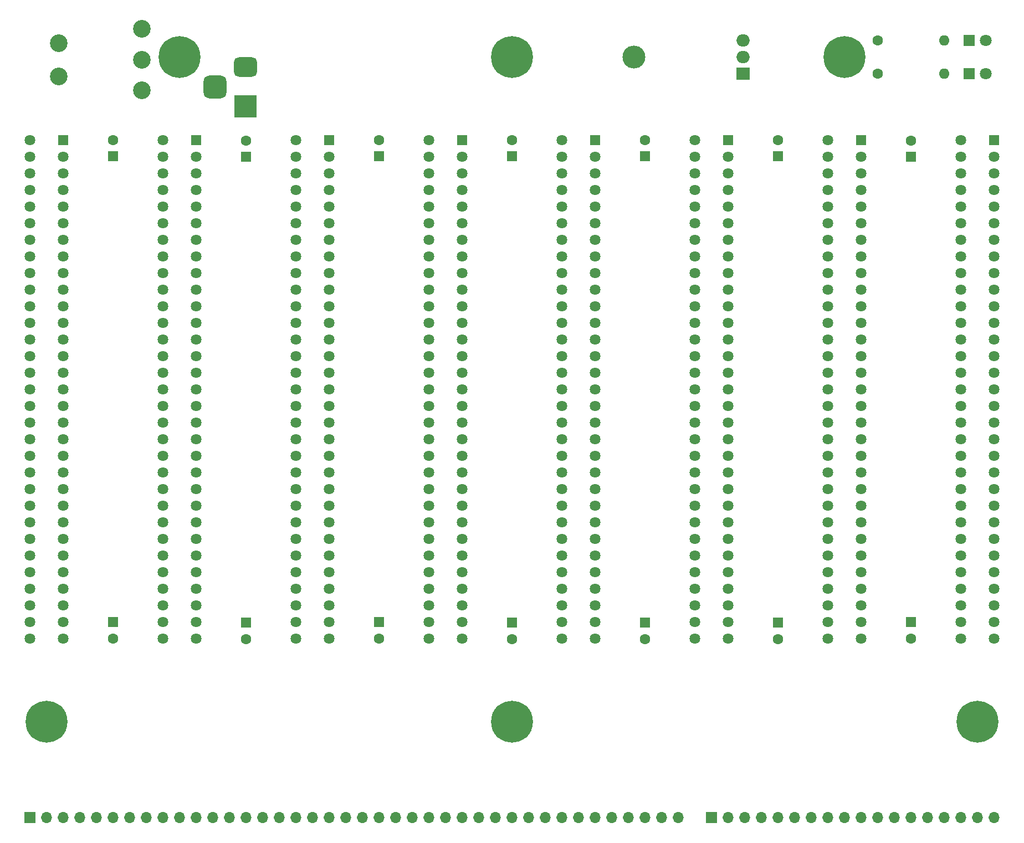
<source format=gts>
G04 #@! TF.GenerationSoftware,KiCad,Pcbnew,(6.0.7)*
G04 #@! TF.CreationDate,2022-10-13T06:51:31-04:00*
G04 #@! TF.ProjectId,Part 5 - Backplane,50617274-2035-4202-9d20-4261636b706c,2*
G04 #@! TF.SameCoordinates,Original*
G04 #@! TF.FileFunction,Soldermask,Top*
G04 #@! TF.FilePolarity,Negative*
%FSLAX46Y46*%
G04 Gerber Fmt 4.6, Leading zero omitted, Abs format (unit mm)*
G04 Created by KiCad (PCBNEW (6.0.7)) date 2022-10-13 06:51:31*
%MOMM*%
%LPD*%
G01*
G04 APERTURE LIST*
G04 Aperture macros list*
%AMRoundRect*
0 Rectangle with rounded corners*
0 $1 Rounding radius*
0 $2 $3 $4 $5 $6 $7 $8 $9 X,Y pos of 4 corners*
0 Add a 4 corners polygon primitive as box body*
4,1,4,$2,$3,$4,$5,$6,$7,$8,$9,$2,$3,0*
0 Add four circle primitives for the rounded corners*
1,1,$1+$1,$2,$3*
1,1,$1+$1,$4,$5*
1,1,$1+$1,$6,$7*
1,1,$1+$1,$8,$9*
0 Add four rect primitives between the rounded corners*
20,1,$1+$1,$2,$3,$4,$5,0*
20,1,$1+$1,$4,$5,$6,$7,0*
20,1,$1+$1,$6,$7,$8,$9,0*
20,1,$1+$1,$8,$9,$2,$3,0*%
G04 Aperture macros list end*
%ADD10C,0.800000*%
%ADD11C,6.400000*%
%ADD12R,1.600000X1.600000*%
%ADD13C,1.600000*%
%ADD14R,3.500000X3.500000*%
%ADD15RoundRect,0.750000X-1.000000X0.750000X-1.000000X-0.750000X1.000000X-0.750000X1.000000X0.750000X0*%
%ADD16RoundRect,0.875000X-0.875000X0.875000X-0.875000X-0.875000X0.875000X-0.875000X0.875000X0.875000X0*%
%ADD17O,3.500000X3.500000*%
%ADD18R,2.000000X1.905000*%
%ADD19O,2.000000X1.905000*%
%ADD20O,1.600000X1.600000*%
%ADD21R,1.638000X1.638000*%
%ADD22C,1.638000*%
%ADD23R,1.800000X1.800000*%
%ADD24C,1.800000*%
%ADD25R,1.700000X1.700000*%
%ADD26O,1.700000X1.700000*%
%ADD27C,2.700000*%
G04 APERTURE END LIST*
D10*
X163830000Y-44310000D03*
X162132944Y-40212944D03*
X165527056Y-43607056D03*
X161430000Y-41910000D03*
X165527056Y-40212944D03*
X163830000Y-39510000D03*
D11*
X163830000Y-41910000D03*
D10*
X166230000Y-41910000D03*
X162132944Y-43607056D03*
D12*
X92710000Y-128270000D03*
D13*
X92710000Y-130770000D03*
D14*
X72331500Y-49434000D03*
D15*
X72331500Y-43434000D03*
D16*
X67631500Y-46434000D03*
D12*
X52070000Y-57062379D03*
D13*
X52070000Y-54562379D03*
D10*
X43607056Y-145207056D03*
X43607056Y-141812944D03*
X41910000Y-145910000D03*
X39510000Y-143510000D03*
D11*
X41910000Y-143510000D03*
D10*
X40212944Y-141812944D03*
X40212944Y-145207056D03*
X44310000Y-143510000D03*
X41910000Y-141110000D03*
D12*
X113030000Y-128357621D03*
D13*
X113030000Y-130857621D03*
D17*
X131635000Y-41910000D03*
D18*
X148295000Y-44450000D03*
D19*
X148295000Y-41910000D03*
X148295000Y-39370000D03*
D12*
X52070000Y-128270000D03*
D13*
X52070000Y-130770000D03*
X168910000Y-44450000D03*
D20*
X179070000Y-44450000D03*
D21*
X85117000Y-54610000D03*
D22*
X85117000Y-57150000D03*
X85117000Y-59690000D03*
X85117000Y-62230000D03*
X85117000Y-64770000D03*
X85117000Y-67310000D03*
X85117000Y-69850000D03*
X85117000Y-72390000D03*
X85117000Y-74930000D03*
X85117000Y-77470000D03*
X85117000Y-80010000D03*
X85117000Y-82550000D03*
X85117000Y-85090000D03*
X85117000Y-87630000D03*
X85117000Y-90170000D03*
X85117000Y-92710000D03*
X85117000Y-95250000D03*
X85117000Y-97790000D03*
X85117000Y-100330000D03*
X85117000Y-102870000D03*
X85117000Y-105410000D03*
X85117000Y-107950000D03*
X85117000Y-110490000D03*
X85117000Y-113030000D03*
X85117000Y-115570000D03*
X85117000Y-118110000D03*
X85117000Y-120650000D03*
X85117000Y-123190000D03*
X85117000Y-125730000D03*
X85117000Y-128270000D03*
X85117000Y-130810000D03*
X80037000Y-54610000D03*
X80037000Y-57150000D03*
X80037000Y-59690000D03*
X80037000Y-62230000D03*
X80037000Y-64770000D03*
X80037000Y-67310000D03*
X80037000Y-69850000D03*
X80037000Y-72390000D03*
X80037000Y-74930000D03*
X80037000Y-77470000D03*
X80037000Y-80010000D03*
X80037000Y-82550000D03*
X80037000Y-85090000D03*
X80037000Y-87630000D03*
X80037000Y-90170000D03*
X80037000Y-92710000D03*
X80037000Y-95250000D03*
X80037000Y-97790000D03*
X80037000Y-100330000D03*
X80037000Y-102870000D03*
X80037000Y-105410000D03*
X80037000Y-107950000D03*
X80037000Y-110490000D03*
X80037000Y-113030000D03*
X80037000Y-115570000D03*
X80037000Y-118110000D03*
X80037000Y-120650000D03*
X80037000Y-123190000D03*
X80037000Y-125730000D03*
X80037000Y-128270000D03*
X80037000Y-130810000D03*
D21*
X105410000Y-54610000D03*
D22*
X105410000Y-57150000D03*
X105410000Y-59690000D03*
X105410000Y-62230000D03*
X105410000Y-64770000D03*
X105410000Y-67310000D03*
X105410000Y-69850000D03*
X105410000Y-72390000D03*
X105410000Y-74930000D03*
X105410000Y-77470000D03*
X105410000Y-80010000D03*
X105410000Y-82550000D03*
X105410000Y-85090000D03*
X105410000Y-87630000D03*
X105410000Y-90170000D03*
X105410000Y-92710000D03*
X105410000Y-95250000D03*
X105410000Y-97790000D03*
X105410000Y-100330000D03*
X105410000Y-102870000D03*
X105410000Y-105410000D03*
X105410000Y-107950000D03*
X105410000Y-110490000D03*
X105410000Y-113030000D03*
X105410000Y-115570000D03*
X105410000Y-118110000D03*
X105410000Y-120650000D03*
X105410000Y-123190000D03*
X105410000Y-125730000D03*
X105410000Y-128270000D03*
X105410000Y-130810000D03*
X100330000Y-54610000D03*
X100330000Y-57150000D03*
X100330000Y-59690000D03*
X100330000Y-62230000D03*
X100330000Y-64770000D03*
X100330000Y-67310000D03*
X100330000Y-69850000D03*
X100330000Y-72390000D03*
X100330000Y-74930000D03*
X100330000Y-77470000D03*
X100330000Y-80010000D03*
X100330000Y-82550000D03*
X100330000Y-85090000D03*
X100330000Y-87630000D03*
X100330000Y-90170000D03*
X100330000Y-92710000D03*
X100330000Y-95250000D03*
X100330000Y-97790000D03*
X100330000Y-100330000D03*
X100330000Y-102870000D03*
X100330000Y-105410000D03*
X100330000Y-107950000D03*
X100330000Y-110490000D03*
X100330000Y-113030000D03*
X100330000Y-115570000D03*
X100330000Y-118110000D03*
X100330000Y-120650000D03*
X100330000Y-123190000D03*
X100330000Y-125730000D03*
X100330000Y-128270000D03*
X100330000Y-130810000D03*
D21*
X186690000Y-54610000D03*
D22*
X186690000Y-57150000D03*
X186690000Y-59690000D03*
X186690000Y-62230000D03*
X186690000Y-64770000D03*
X186690000Y-67310000D03*
X186690000Y-69850000D03*
X186690000Y-72390000D03*
X186690000Y-74930000D03*
X186690000Y-77470000D03*
X186690000Y-80010000D03*
X186690000Y-82550000D03*
X186690000Y-85090000D03*
X186690000Y-87630000D03*
X186690000Y-90170000D03*
X186690000Y-92710000D03*
X186690000Y-95250000D03*
X186690000Y-97790000D03*
X186690000Y-100330000D03*
X186690000Y-102870000D03*
X186690000Y-105410000D03*
X186690000Y-107950000D03*
X186690000Y-110490000D03*
X186690000Y-113030000D03*
X186690000Y-115570000D03*
X186690000Y-118110000D03*
X186690000Y-120650000D03*
X186690000Y-123190000D03*
X186690000Y-125730000D03*
X186690000Y-128270000D03*
X186690000Y-130810000D03*
X181610000Y-54610000D03*
X181610000Y-57150000D03*
X181610000Y-59690000D03*
X181610000Y-62230000D03*
X181610000Y-64770000D03*
X181610000Y-67310000D03*
X181610000Y-69850000D03*
X181610000Y-72390000D03*
X181610000Y-74930000D03*
X181610000Y-77470000D03*
X181610000Y-80010000D03*
X181610000Y-82550000D03*
X181610000Y-85090000D03*
X181610000Y-87630000D03*
X181610000Y-90170000D03*
X181610000Y-92710000D03*
X181610000Y-95250000D03*
X181610000Y-97790000D03*
X181610000Y-100330000D03*
X181610000Y-102870000D03*
X181610000Y-105410000D03*
X181610000Y-107950000D03*
X181610000Y-110490000D03*
X181610000Y-113030000D03*
X181610000Y-115570000D03*
X181610000Y-118110000D03*
X181610000Y-120650000D03*
X181610000Y-123190000D03*
X181610000Y-125730000D03*
X181610000Y-128270000D03*
X181610000Y-130810000D03*
D23*
X182875000Y-44450000D03*
D24*
X185415000Y-44450000D03*
D13*
X168910000Y-39370000D03*
D20*
X179070000Y-39370000D03*
D12*
X113030000Y-57062379D03*
D13*
X113030000Y-54562379D03*
D12*
X92710000Y-57062379D03*
D13*
X92710000Y-54562379D03*
D21*
X64770000Y-54610000D03*
D22*
X64770000Y-57150000D03*
X64770000Y-59690000D03*
X64770000Y-62230000D03*
X64770000Y-64770000D03*
X64770000Y-67310000D03*
X64770000Y-69850000D03*
X64770000Y-72390000D03*
X64770000Y-74930000D03*
X64770000Y-77470000D03*
X64770000Y-80010000D03*
X64770000Y-82550000D03*
X64770000Y-85090000D03*
X64770000Y-87630000D03*
X64770000Y-90170000D03*
X64770000Y-92710000D03*
X64770000Y-95250000D03*
X64770000Y-97790000D03*
X64770000Y-100330000D03*
X64770000Y-102870000D03*
X64770000Y-105410000D03*
X64770000Y-107950000D03*
X64770000Y-110490000D03*
X64770000Y-113030000D03*
X64770000Y-115570000D03*
X64770000Y-118110000D03*
X64770000Y-120650000D03*
X64770000Y-123190000D03*
X64770000Y-125730000D03*
X64770000Y-128270000D03*
X64770000Y-130810000D03*
X59690000Y-54610000D03*
X59690000Y-57150000D03*
X59690000Y-59690000D03*
X59690000Y-62230000D03*
X59690000Y-64770000D03*
X59690000Y-67310000D03*
X59690000Y-69850000D03*
X59690000Y-72390000D03*
X59690000Y-74930000D03*
X59690000Y-77470000D03*
X59690000Y-80010000D03*
X59690000Y-82550000D03*
X59690000Y-85090000D03*
X59690000Y-87630000D03*
X59690000Y-90170000D03*
X59690000Y-92710000D03*
X59690000Y-95250000D03*
X59690000Y-97790000D03*
X59690000Y-100330000D03*
X59690000Y-102870000D03*
X59690000Y-105410000D03*
X59690000Y-107950000D03*
X59690000Y-110490000D03*
X59690000Y-113030000D03*
X59690000Y-115570000D03*
X59690000Y-118110000D03*
X59690000Y-120650000D03*
X59690000Y-123190000D03*
X59690000Y-125730000D03*
X59690000Y-128270000D03*
X59690000Y-130810000D03*
D10*
X111332944Y-145207056D03*
X114727056Y-141812944D03*
X115430000Y-143510000D03*
D11*
X113030000Y-143510000D03*
D10*
X110630000Y-143510000D03*
X111332944Y-141812944D03*
X113030000Y-145910000D03*
X114727056Y-145207056D03*
X113030000Y-141110000D03*
D12*
X133350000Y-57062379D03*
D13*
X133350000Y-54562379D03*
D12*
X153670000Y-57062379D03*
D13*
X153670000Y-54562379D03*
D25*
X143525000Y-158115000D03*
D26*
X146065000Y-158115000D03*
X148605000Y-158115000D03*
X151145000Y-158115000D03*
X153685000Y-158115000D03*
X156225000Y-158115000D03*
X158765000Y-158115000D03*
X161305000Y-158115000D03*
X163845000Y-158115000D03*
X166385000Y-158115000D03*
X168925000Y-158115000D03*
X171465000Y-158115000D03*
X174005000Y-158115000D03*
X176545000Y-158115000D03*
X179085000Y-158115000D03*
X181625000Y-158115000D03*
X184165000Y-158115000D03*
X186705000Y-158115000D03*
D12*
X173990000Y-128270000D03*
D13*
X173990000Y-130770000D03*
D27*
X56515000Y-46990000D03*
X56515000Y-42290000D03*
X56515000Y-37590000D03*
X43815000Y-44830000D03*
X43815000Y-39750000D03*
D12*
X173990000Y-57150000D03*
D13*
X173990000Y-54650000D03*
D10*
X62230000Y-39510000D03*
X60532944Y-43607056D03*
X63927056Y-43607056D03*
X59830000Y-41910000D03*
X64630000Y-41910000D03*
X62230000Y-44310000D03*
X60532944Y-40212944D03*
D11*
X62230000Y-41910000D03*
D10*
X63927056Y-40212944D03*
D23*
X182875000Y-39370000D03*
D24*
X185415000Y-39370000D03*
D12*
X72390000Y-57150000D03*
D13*
X72390000Y-54650000D03*
D12*
X133350000Y-128357621D03*
D13*
X133350000Y-130857621D03*
D21*
X44450000Y-54610000D03*
D22*
X44450000Y-57150000D03*
X44450000Y-59690000D03*
X44450000Y-62230000D03*
X44450000Y-64770000D03*
X44450000Y-67310000D03*
X44450000Y-69850000D03*
X44450000Y-72390000D03*
X44450000Y-74930000D03*
X44450000Y-77470000D03*
X44450000Y-80010000D03*
X44450000Y-82550000D03*
X44450000Y-85090000D03*
X44450000Y-87630000D03*
X44450000Y-90170000D03*
X44450000Y-92710000D03*
X44450000Y-95250000D03*
X44450000Y-97790000D03*
X44450000Y-100330000D03*
X44450000Y-102870000D03*
X44450000Y-105410000D03*
X44450000Y-107950000D03*
X44450000Y-110490000D03*
X44450000Y-113030000D03*
X44450000Y-115570000D03*
X44450000Y-118110000D03*
X44450000Y-120650000D03*
X44450000Y-123190000D03*
X44450000Y-125730000D03*
X44450000Y-128270000D03*
X44450000Y-130810000D03*
X39370000Y-54610000D03*
X39370000Y-57150000D03*
X39370000Y-59690000D03*
X39370000Y-62230000D03*
X39370000Y-64770000D03*
X39370000Y-67310000D03*
X39370000Y-69850000D03*
X39370000Y-72390000D03*
X39370000Y-74930000D03*
X39370000Y-77470000D03*
X39370000Y-80010000D03*
X39370000Y-82550000D03*
X39370000Y-85090000D03*
X39370000Y-87630000D03*
X39370000Y-90170000D03*
X39370000Y-92710000D03*
X39370000Y-95250000D03*
X39370000Y-97790000D03*
X39370000Y-100330000D03*
X39370000Y-102870000D03*
X39370000Y-105410000D03*
X39370000Y-107950000D03*
X39370000Y-110490000D03*
X39370000Y-113030000D03*
X39370000Y-115570000D03*
X39370000Y-118110000D03*
X39370000Y-120650000D03*
X39370000Y-123190000D03*
X39370000Y-125730000D03*
X39370000Y-128270000D03*
X39370000Y-130810000D03*
D25*
X39375000Y-158115000D03*
D26*
X41915000Y-158115000D03*
X44455000Y-158115000D03*
X46995000Y-158115000D03*
X49535000Y-158115000D03*
X52075000Y-158115000D03*
X54615000Y-158115000D03*
X57155000Y-158115000D03*
X59695000Y-158115000D03*
X62235000Y-158115000D03*
X64775000Y-158115000D03*
X67315000Y-158115000D03*
X69855000Y-158115000D03*
X72395000Y-158115000D03*
X74935000Y-158115000D03*
X77475000Y-158115000D03*
X80015000Y-158115000D03*
X82555000Y-158115000D03*
X85095000Y-158115000D03*
X87635000Y-158115000D03*
X90175000Y-158115000D03*
X92715000Y-158115000D03*
X95255000Y-158115000D03*
X97795000Y-158115000D03*
X100335000Y-158115000D03*
X102875000Y-158115000D03*
X105415000Y-158115000D03*
X107955000Y-158115000D03*
X110495000Y-158115000D03*
X113035000Y-158115000D03*
X115575000Y-158115000D03*
X118115000Y-158115000D03*
X120655000Y-158115000D03*
X123195000Y-158115000D03*
X125735000Y-158115000D03*
X128275000Y-158115000D03*
X130815000Y-158115000D03*
X133355000Y-158115000D03*
X135895000Y-158115000D03*
X138435000Y-158115000D03*
D21*
X125730000Y-54610000D03*
D22*
X125730000Y-57150000D03*
X125730000Y-59690000D03*
X125730000Y-62230000D03*
X125730000Y-64770000D03*
X125730000Y-67310000D03*
X125730000Y-69850000D03*
X125730000Y-72390000D03*
X125730000Y-74930000D03*
X125730000Y-77470000D03*
X125730000Y-80010000D03*
X125730000Y-82550000D03*
X125730000Y-85090000D03*
X125730000Y-87630000D03*
X125730000Y-90170000D03*
X125730000Y-92710000D03*
X125730000Y-95250000D03*
X125730000Y-97790000D03*
X125730000Y-100330000D03*
X125730000Y-102870000D03*
X125730000Y-105410000D03*
X125730000Y-107950000D03*
X125730000Y-110490000D03*
X125730000Y-113030000D03*
X125730000Y-115570000D03*
X125730000Y-118110000D03*
X125730000Y-120650000D03*
X125730000Y-123190000D03*
X125730000Y-125730000D03*
X125730000Y-128270000D03*
X125730000Y-130810000D03*
X120650000Y-54610000D03*
X120650000Y-57150000D03*
X120650000Y-59690000D03*
X120650000Y-62230000D03*
X120650000Y-64770000D03*
X120650000Y-67310000D03*
X120650000Y-69850000D03*
X120650000Y-72390000D03*
X120650000Y-74930000D03*
X120650000Y-77470000D03*
X120650000Y-80010000D03*
X120650000Y-82550000D03*
X120650000Y-85090000D03*
X120650000Y-87630000D03*
X120650000Y-90170000D03*
X120650000Y-92710000D03*
X120650000Y-95250000D03*
X120650000Y-97790000D03*
X120650000Y-100330000D03*
X120650000Y-102870000D03*
X120650000Y-105410000D03*
X120650000Y-107950000D03*
X120650000Y-110490000D03*
X120650000Y-113030000D03*
X120650000Y-115570000D03*
X120650000Y-118110000D03*
X120650000Y-120650000D03*
X120650000Y-123190000D03*
X120650000Y-125730000D03*
X120650000Y-128270000D03*
X120650000Y-130810000D03*
D11*
X113030000Y-41910000D03*
D10*
X113030000Y-44310000D03*
X111332944Y-43607056D03*
X114727056Y-43607056D03*
X111332944Y-40212944D03*
X113030000Y-39510000D03*
X114727056Y-40212944D03*
X110630000Y-41910000D03*
X115430000Y-41910000D03*
D12*
X72390000Y-128357621D03*
D13*
X72390000Y-130857621D03*
D12*
X153670000Y-128357621D03*
D13*
X153670000Y-130857621D03*
D10*
X184150000Y-141110000D03*
X185847056Y-145207056D03*
X185847056Y-141812944D03*
D11*
X184150000Y-143510000D03*
D10*
X181750000Y-143510000D03*
X186550000Y-143510000D03*
X182452944Y-141812944D03*
X184150000Y-145910000D03*
X182452944Y-145207056D03*
D21*
X166370000Y-54610000D03*
D22*
X166370000Y-57150000D03*
X166370000Y-59690000D03*
X166370000Y-62230000D03*
X166370000Y-64770000D03*
X166370000Y-67310000D03*
X166370000Y-69850000D03*
X166370000Y-72390000D03*
X166370000Y-74930000D03*
X166370000Y-77470000D03*
X166370000Y-80010000D03*
X166370000Y-82550000D03*
X166370000Y-85090000D03*
X166370000Y-87630000D03*
X166370000Y-90170000D03*
X166370000Y-92710000D03*
X166370000Y-95250000D03*
X166370000Y-97790000D03*
X166370000Y-100330000D03*
X166370000Y-102870000D03*
X166370000Y-105410000D03*
X166370000Y-107950000D03*
X166370000Y-110490000D03*
X166370000Y-113030000D03*
X166370000Y-115570000D03*
X166370000Y-118110000D03*
X166370000Y-120650000D03*
X166370000Y-123190000D03*
X166370000Y-125730000D03*
X166370000Y-128270000D03*
X166370000Y-130810000D03*
X161290000Y-54610000D03*
X161290000Y-57150000D03*
X161290000Y-59690000D03*
X161290000Y-62230000D03*
X161290000Y-64770000D03*
X161290000Y-67310000D03*
X161290000Y-69850000D03*
X161290000Y-72390000D03*
X161290000Y-74930000D03*
X161290000Y-77470000D03*
X161290000Y-80010000D03*
X161290000Y-82550000D03*
X161290000Y-85090000D03*
X161290000Y-87630000D03*
X161290000Y-90170000D03*
X161290000Y-92710000D03*
X161290000Y-95250000D03*
X161290000Y-97790000D03*
X161290000Y-100330000D03*
X161290000Y-102870000D03*
X161290000Y-105410000D03*
X161290000Y-107950000D03*
X161290000Y-110490000D03*
X161290000Y-113030000D03*
X161290000Y-115570000D03*
X161290000Y-118110000D03*
X161290000Y-120650000D03*
X161290000Y-123190000D03*
X161290000Y-125730000D03*
X161290000Y-128270000D03*
X161290000Y-130810000D03*
D21*
X146050000Y-54610000D03*
D22*
X146050000Y-57150000D03*
X146050000Y-59690000D03*
X146050000Y-62230000D03*
X146050000Y-64770000D03*
X146050000Y-67310000D03*
X146050000Y-69850000D03*
X146050000Y-72390000D03*
X146050000Y-74930000D03*
X146050000Y-77470000D03*
X146050000Y-80010000D03*
X146050000Y-82550000D03*
X146050000Y-85090000D03*
X146050000Y-87630000D03*
X146050000Y-90170000D03*
X146050000Y-92710000D03*
X146050000Y-95250000D03*
X146050000Y-97790000D03*
X146050000Y-100330000D03*
X146050000Y-102870000D03*
X146050000Y-105410000D03*
X146050000Y-107950000D03*
X146050000Y-110490000D03*
X146050000Y-113030000D03*
X146050000Y-115570000D03*
X146050000Y-118110000D03*
X146050000Y-120650000D03*
X146050000Y-123190000D03*
X146050000Y-125730000D03*
X146050000Y-128270000D03*
X146050000Y-130810000D03*
X140970000Y-54610000D03*
X140970000Y-57150000D03*
X140970000Y-59690000D03*
X140970000Y-62230000D03*
X140970000Y-64770000D03*
X140970000Y-67310000D03*
X140970000Y-69850000D03*
X140970000Y-72390000D03*
X140970000Y-74930000D03*
X140970000Y-77470000D03*
X140970000Y-80010000D03*
X140970000Y-82550000D03*
X140970000Y-85090000D03*
X140970000Y-87630000D03*
X140970000Y-90170000D03*
X140970000Y-92710000D03*
X140970000Y-95250000D03*
X140970000Y-97790000D03*
X140970000Y-100330000D03*
X140970000Y-102870000D03*
X140970000Y-105410000D03*
X140970000Y-107950000D03*
X140970000Y-110490000D03*
X140970000Y-113030000D03*
X140970000Y-115570000D03*
X140970000Y-118110000D03*
X140970000Y-120650000D03*
X140970000Y-123190000D03*
X140970000Y-125730000D03*
X140970000Y-128270000D03*
X140970000Y-130810000D03*
M02*

</source>
